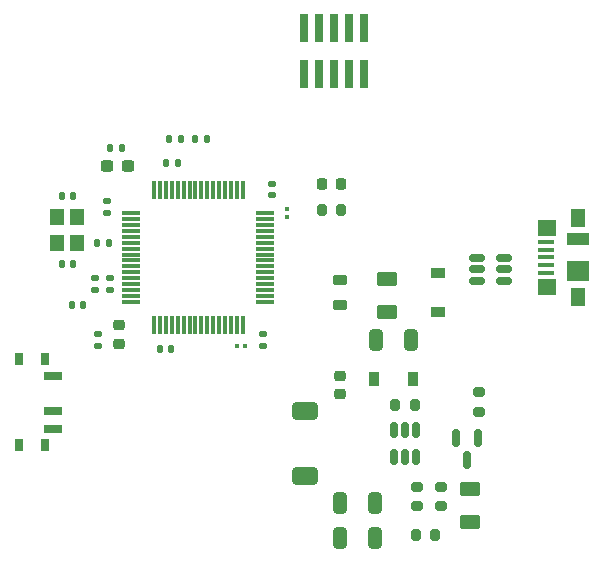
<source format=gbr>
%TF.GenerationSoftware,KiCad,Pcbnew,(6.0.4)*%
%TF.CreationDate,2022-04-20T17:17:18+03:00*%
%TF.ProjectId,STM32F4_Buck_Converter,53544d33-3246-4345-9f42-75636b5f436f,rev?*%
%TF.SameCoordinates,Original*%
%TF.FileFunction,Paste,Top*%
%TF.FilePolarity,Positive*%
%FSLAX46Y46*%
G04 Gerber Fmt 4.6, Leading zero omitted, Abs format (unit mm)*
G04 Created by KiCad (PCBNEW (6.0.4)) date 2022-04-20 17:17:18*
%MOMM*%
%LPD*%
G01*
G04 APERTURE LIST*
G04 Aperture macros list*
%AMRoundRect*
0 Rectangle with rounded corners*
0 $1 Rounding radius*
0 $2 $3 $4 $5 $6 $7 $8 $9 X,Y pos of 4 corners*
0 Add a 4 corners polygon primitive as box body*
4,1,4,$2,$3,$4,$5,$6,$7,$8,$9,$2,$3,0*
0 Add four circle primitives for the rounded corners*
1,1,$1+$1,$2,$3*
1,1,$1+$1,$4,$5*
1,1,$1+$1,$6,$7*
1,1,$1+$1,$8,$9*
0 Add four rect primitives between the rounded corners*
20,1,$1+$1,$2,$3,$4,$5,0*
20,1,$1+$1,$4,$5,$6,$7,0*
20,1,$1+$1,$6,$7,$8,$9,0*
20,1,$1+$1,$8,$9,$2,$3,0*%
G04 Aperture macros list end*
%ADD10RoundRect,0.200000X0.200000X0.275000X-0.200000X0.275000X-0.200000X-0.275000X0.200000X-0.275000X0*%
%ADD11RoundRect,0.250000X0.325000X0.650000X-0.325000X0.650000X-0.325000X-0.650000X0.325000X-0.650000X0*%
%ADD12RoundRect,0.200000X-0.275000X0.200000X-0.275000X-0.200000X0.275000X-0.200000X0.275000X0.200000X0*%
%ADD13RoundRect,0.075000X-0.700000X-0.075000X0.700000X-0.075000X0.700000X0.075000X-0.700000X0.075000X0*%
%ADD14RoundRect,0.075000X-0.075000X-0.700000X0.075000X-0.700000X0.075000X0.700000X-0.075000X0.700000X0*%
%ADD15RoundRect,0.140000X0.140000X0.170000X-0.140000X0.170000X-0.140000X-0.170000X0.140000X-0.170000X0*%
%ADD16RoundRect,0.237500X0.300000X0.237500X-0.300000X0.237500X-0.300000X-0.237500X0.300000X-0.237500X0*%
%ADD17RoundRect,0.218750X0.218750X0.256250X-0.218750X0.256250X-0.218750X-0.256250X0.218750X-0.256250X0*%
%ADD18RoundRect,0.150000X0.512500X0.150000X-0.512500X0.150000X-0.512500X-0.150000X0.512500X-0.150000X0*%
%ADD19RoundRect,0.225000X0.250000X-0.225000X0.250000X0.225000X-0.250000X0.225000X-0.250000X-0.225000X0*%
%ADD20RoundRect,0.150000X-0.150000X0.587500X-0.150000X-0.587500X0.150000X-0.587500X0.150000X0.587500X0*%
%ADD21R,1.200000X0.900000*%
%ADD22RoundRect,0.135000X-0.185000X0.135000X-0.185000X-0.135000X0.185000X-0.135000X0.185000X0.135000X0*%
%ADD23RoundRect,0.250000X-0.325000X-0.650000X0.325000X-0.650000X0.325000X0.650000X-0.325000X0.650000X0*%
%ADD24RoundRect,0.200000X-0.200000X-0.275000X0.200000X-0.275000X0.200000X0.275000X-0.200000X0.275000X0*%
%ADD25RoundRect,0.135000X0.135000X0.185000X-0.135000X0.185000X-0.135000X-0.185000X0.135000X-0.185000X0*%
%ADD26RoundRect,0.079500X0.100500X-0.079500X0.100500X0.079500X-0.100500X0.079500X-0.100500X-0.079500X0*%
%ADD27RoundRect,0.135000X-0.135000X-0.185000X0.135000X-0.185000X0.135000X0.185000X-0.135000X0.185000X0*%
%ADD28R,0.800000X1.000000*%
%ADD29R,1.500000X0.700000*%
%ADD30RoundRect,0.079500X-0.079500X-0.100500X0.079500X-0.100500X0.079500X0.100500X-0.079500X0.100500X0*%
%ADD31RoundRect,0.250000X0.625000X-0.375000X0.625000X0.375000X-0.625000X0.375000X-0.625000X-0.375000X0*%
%ADD32RoundRect,0.140000X0.170000X-0.140000X0.170000X0.140000X-0.170000X0.140000X-0.170000X-0.140000X0*%
%ADD33R,1.200000X1.400000*%
%ADD34RoundRect,0.140000X-0.140000X-0.170000X0.140000X-0.170000X0.140000X0.170000X-0.140000X0.170000X0*%
%ADD35RoundRect,0.218750X0.256250X-0.218750X0.256250X0.218750X-0.256250X0.218750X-0.256250X-0.218750X0*%
%ADD36RoundRect,0.218750X-0.381250X0.218750X-0.381250X-0.218750X0.381250X-0.218750X0.381250X0.218750X0*%
%ADD37RoundRect,0.200000X0.275000X-0.200000X0.275000X0.200000X-0.275000X0.200000X-0.275000X-0.200000X0*%
%ADD38R,0.900000X1.200000*%
%ADD39RoundRect,0.140000X-0.170000X0.140000X-0.170000X-0.140000X0.170000X-0.140000X0.170000X0.140000X0*%
%ADD40RoundRect,0.150000X0.150000X-0.512500X0.150000X0.512500X-0.150000X0.512500X-0.150000X-0.512500X0*%
%ADD41RoundRect,0.147500X-0.147500X-0.172500X0.147500X-0.172500X0.147500X0.172500X-0.147500X0.172500X0*%
%ADD42R,1.380000X0.450000*%
%ADD43R,1.550000X1.425000*%
%ADD44R,1.300000X1.650000*%
%ADD45R,1.900000X1.000000*%
%ADD46R,1.900000X1.800000*%
%ADD47RoundRect,0.375000X-0.725000X0.375000X-0.725000X-0.375000X0.725000X-0.375000X0.725000X0.375000X0*%
%ADD48R,0.740000X2.400000*%
%ADD49RoundRect,0.250000X-0.625000X0.375000X-0.625000X-0.375000X0.625000X-0.375000X0.625000X0.375000X0*%
G04 APERTURE END LIST*
D10*
%TO.C,R2*%
X134825000Y-107750000D03*
X133175000Y-107750000D03*
%TD*%
D11*
%TO.C,C2*%
X131475000Y-116000000D03*
X128525000Y-116000000D03*
%TD*%
D12*
%TO.C,R4*%
X140250000Y-106675000D03*
X140250000Y-108325000D03*
%TD*%
D13*
%TO.C,U2*%
X110825000Y-91500000D03*
X110825000Y-92000000D03*
X110825000Y-92500000D03*
X110825000Y-93000000D03*
X110825000Y-93500000D03*
X110825000Y-94000000D03*
X110825000Y-94500000D03*
X110825000Y-95000000D03*
X110825000Y-95500000D03*
X110825000Y-96000000D03*
X110825000Y-96500000D03*
X110825000Y-97000000D03*
X110825000Y-97500000D03*
X110825000Y-98000000D03*
X110825000Y-98500000D03*
X110825000Y-99000000D03*
D14*
X112750000Y-100925000D03*
X113250000Y-100925000D03*
X113750000Y-100925000D03*
X114250000Y-100925000D03*
X114750000Y-100925000D03*
X115250000Y-100925000D03*
X115750000Y-100925000D03*
X116250000Y-100925000D03*
X116750000Y-100925000D03*
X117250000Y-100925000D03*
X117750000Y-100925000D03*
X118250000Y-100925000D03*
X118750000Y-100925000D03*
X119250000Y-100925000D03*
X119750000Y-100925000D03*
X120250000Y-100925000D03*
D13*
X122175000Y-99000000D03*
X122175000Y-98500000D03*
X122175000Y-98000000D03*
X122175000Y-97500000D03*
X122175000Y-97000000D03*
X122175000Y-96500000D03*
X122175000Y-96000000D03*
X122175000Y-95500000D03*
X122175000Y-95000000D03*
X122175000Y-94500000D03*
X122175000Y-94000000D03*
X122175000Y-93500000D03*
X122175000Y-93000000D03*
X122175000Y-92500000D03*
X122175000Y-92000000D03*
X122175000Y-91500000D03*
D14*
X120250000Y-89575000D03*
X119750000Y-89575000D03*
X119250000Y-89575000D03*
X118750000Y-89575000D03*
X118250000Y-89575000D03*
X117750000Y-89575000D03*
X117250000Y-89575000D03*
X116750000Y-89575000D03*
X116250000Y-89575000D03*
X115750000Y-89575000D03*
X115250000Y-89575000D03*
X114750000Y-89575000D03*
X114250000Y-89575000D03*
X113750000Y-89575000D03*
X113250000Y-89575000D03*
X112750000Y-89575000D03*
%TD*%
D15*
%TO.C,C10*%
X110000000Y-86000000D03*
X109040000Y-86000000D03*
%TD*%
D16*
%TO.C,C5*%
X110500000Y-87500000D03*
X108775000Y-87500000D03*
%TD*%
D17*
%TO.C,D3*%
X128537500Y-89000000D03*
X126962500Y-89000000D03*
%TD*%
D15*
%TO.C,C16*%
X105900000Y-95800000D03*
X104940000Y-95800000D03*
%TD*%
D18*
%TO.C,U3*%
X142387500Y-97200000D03*
X142387500Y-96250000D03*
X142387500Y-95300000D03*
X140112500Y-95300000D03*
X140112500Y-96250000D03*
X140112500Y-97200000D03*
%TD*%
D15*
%TO.C,C7*%
X114210000Y-103000000D03*
X113250000Y-103000000D03*
%TD*%
D19*
%TO.C,C4*%
X128500000Y-106800000D03*
X128500000Y-105250000D03*
%TD*%
D20*
%TO.C,Q1*%
X140200000Y-110562500D03*
X138300000Y-110562500D03*
X139250000Y-112437500D03*
%TD*%
D21*
%TO.C,D1*%
X136750000Y-99900000D03*
X136750000Y-96600000D03*
%TD*%
D22*
%TO.C,R11*%
X108000000Y-101740000D03*
X108000000Y-102760000D03*
%TD*%
D23*
%TO.C,C1*%
X131525000Y-102250000D03*
X134475000Y-102250000D03*
%TD*%
D24*
%TO.C,R6*%
X126925000Y-91250000D03*
X128575000Y-91250000D03*
%TD*%
D25*
%TO.C,R7*%
X114760000Y-87250000D03*
X113740000Y-87250000D03*
%TD*%
D11*
%TO.C,C3*%
X131475000Y-119000000D03*
X128525000Y-119000000D03*
%TD*%
D26*
%TO.C,C14*%
X124000000Y-91845000D03*
X124000000Y-91155000D03*
%TD*%
D27*
%TO.C,R8*%
X107880000Y-94050000D03*
X108900000Y-94050000D03*
%TD*%
D28*
%TO.C,SW1*%
X103530000Y-111150000D03*
X103530000Y-103850000D03*
X101320000Y-103850000D03*
X101320000Y-111150000D03*
D29*
X104180000Y-105250000D03*
X104180000Y-108250000D03*
X104180000Y-109750000D03*
%TD*%
D30*
%TO.C,C13*%
X120440000Y-102750000D03*
X119750000Y-102750000D03*
%TD*%
D27*
%TO.C,R9*%
X116230000Y-85250000D03*
X117250000Y-85250000D03*
%TD*%
D31*
%TO.C,F1*%
X132500000Y-99900000D03*
X132500000Y-97100000D03*
%TD*%
D32*
%TO.C,C9*%
X122750000Y-89980000D03*
X122750000Y-89020000D03*
%TD*%
D33*
%TO.C,Y1*%
X104550000Y-91800000D03*
X104550000Y-94000000D03*
X106250000Y-94000000D03*
X106250000Y-91800000D03*
%TD*%
D34*
%TO.C,C15*%
X104940000Y-90050000D03*
X105900000Y-90050000D03*
%TD*%
D35*
%TO.C,D4*%
X109750000Y-102537500D03*
X109750000Y-100962500D03*
%TD*%
D36*
%TO.C,FB1*%
X128500000Y-97187500D03*
X128500000Y-99312500D03*
%TD*%
D37*
%TO.C,R3*%
X137000000Y-116325000D03*
X137000000Y-114675000D03*
%TD*%
D32*
%TO.C,C6*%
X108750000Y-91460000D03*
X108750000Y-90500000D03*
%TD*%
D38*
%TO.C,D2*%
X131350000Y-105500000D03*
X134650000Y-105500000D03*
%TD*%
D39*
%TO.C,C8*%
X122000000Y-101770000D03*
X122000000Y-102730000D03*
%TD*%
D40*
%TO.C,U1*%
X133050000Y-112137500D03*
X134000000Y-112137500D03*
X134950000Y-112137500D03*
X134950000Y-109862500D03*
X134000000Y-109862500D03*
X133050000Y-109862500D03*
%TD*%
D41*
%TO.C,L2*%
X105780000Y-99250000D03*
X106750000Y-99250000D03*
%TD*%
D25*
%TO.C,R10*%
X114990000Y-85250000D03*
X113970000Y-85250000D03*
%TD*%
D12*
%TO.C,R1*%
X135000000Y-114675000D03*
X135000000Y-116325000D03*
%TD*%
D32*
%TO.C,C12*%
X109000000Y-97980000D03*
X109000000Y-97020000D03*
%TD*%
D42*
%TO.C,J5*%
X145940000Y-96550000D03*
X145940000Y-95900000D03*
X145940000Y-95250000D03*
X145940000Y-94600000D03*
X145940000Y-93950000D03*
D43*
X146025000Y-97737500D03*
X146025000Y-92762500D03*
D44*
X148600000Y-98625000D03*
X148600000Y-91875000D03*
D45*
X148600000Y-93700000D03*
D46*
X148600000Y-96400000D03*
%TD*%
D47*
%TO.C,L1*%
X125500000Y-108250000D03*
X125500000Y-113750000D03*
%TD*%
D24*
%TO.C,R5*%
X134925000Y-118750000D03*
X136575000Y-118750000D03*
%TD*%
D48*
%TO.C,J2*%
X130540000Y-75800000D03*
X130540000Y-79700000D03*
X129270000Y-75800000D03*
X129270000Y-79700000D03*
X128000000Y-75800000D03*
X128000000Y-79700000D03*
X126730000Y-75800000D03*
X126730000Y-79700000D03*
X125460000Y-75800000D03*
X125460000Y-79700000D03*
%TD*%
D49*
%TO.C,F1*%
X139500000Y-114850000D03*
X139500000Y-117650000D03*
%TD*%
D32*
%TO.C,C11*%
X107750000Y-97980000D03*
X107750000Y-97020000D03*
%TD*%
M02*

</source>
